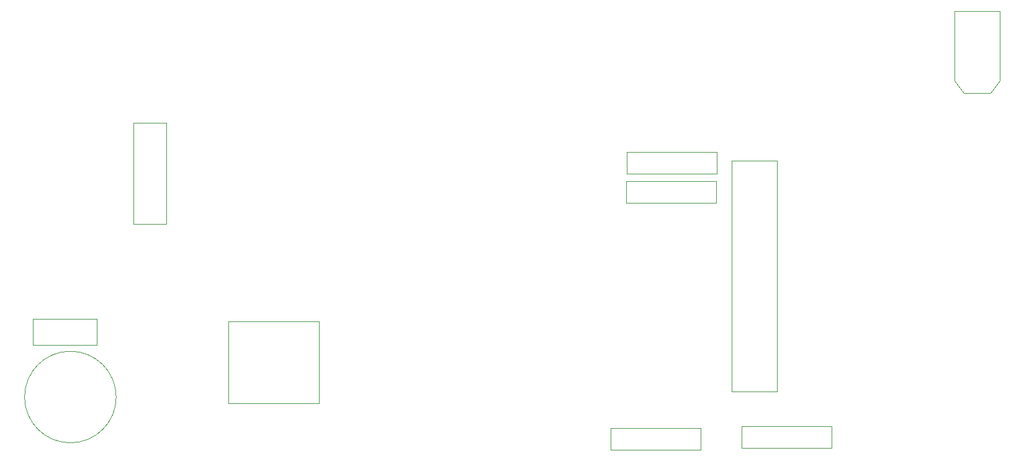
<source format=gbr>
%TF.GenerationSoftware,KiCad,Pcbnew,(6.0.9)*%
%TF.CreationDate,2023-01-16T22:49:09-05:00*%
%TF.ProjectId,rrc_pcb,7272635f-7063-4622-9e6b-696361645f70,rev?*%
%TF.SameCoordinates,Original*%
%TF.FileFunction,Other,User*%
%FSLAX46Y46*%
G04 Gerber Fmt 4.6, Leading zero omitted, Abs format (unit mm)*
G04 Created by KiCad (PCBNEW (6.0.9)) date 2023-01-16 22:49:09*
%MOMM*%
%LPD*%
G01*
G04 APERTURE LIST*
%ADD10C,0.050000*%
G04 APERTURE END LIST*
D10*
%TO.C,R2*%
X137774950Y-55450936D02*
X137774950Y-52450936D01*
X137774950Y-52450936D02*
X125514950Y-52450936D01*
X125514950Y-52450936D02*
X125514950Y-55450936D01*
X125514950Y-55450936D02*
X137774950Y-55450936D01*
%TO.C,radio*%
X58270150Y-44527500D02*
X58270150Y-58277500D01*
X62720150Y-44527500D02*
X58270150Y-44527500D01*
X58270150Y-58277500D02*
X62720150Y-58277500D01*
X62720150Y-58277500D02*
X62720150Y-44527500D01*
%TO.C,R3*%
X123410000Y-86130000D02*
X123410000Y-89130000D01*
X135670000Y-86130000D02*
X123410000Y-86130000D01*
X135670000Y-89130000D02*
X135670000Y-86130000D01*
X123410000Y-89130000D02*
X135670000Y-89130000D01*
%TO.C,R4*%
X141230461Y-85877794D02*
X141230461Y-88877794D01*
X141230461Y-88877794D02*
X153490461Y-88877794D01*
X153490461Y-85877794D02*
X141230461Y-85877794D01*
X153490461Y-88877794D02*
X153490461Y-85877794D01*
%TO.C,R1*%
X137854699Y-51463495D02*
X137854699Y-48463495D01*
X137854699Y-48463495D02*
X125594699Y-48463495D01*
X125594699Y-48463495D02*
X125594699Y-51463495D01*
X125594699Y-51463495D02*
X137854699Y-51463495D01*
%TO.C,Batt.*%
X170255000Y-38785000D02*
X170255000Y-29285000D01*
X175155000Y-40485000D02*
X176455000Y-38785000D01*
X171555000Y-40485000D02*
X170255000Y-38785000D01*
X171555000Y-40485000D02*
X175155000Y-40485000D01*
X176455000Y-38785000D02*
X176455000Y-29285000D01*
X170255000Y-29285000D02*
X176455000Y-29285000D01*
%TO.C,IMU*%
X139895612Y-49632137D02*
X139895612Y-81182137D01*
X139895612Y-81182137D02*
X146045612Y-81182137D01*
X146045612Y-49632137D02*
X139895612Y-49632137D01*
X146045612Y-81182137D02*
X146045612Y-49632137D01*
%TO.C,J2*%
X44585000Y-74825000D02*
X53235000Y-74825000D01*
X53235000Y-71225000D02*
X44585000Y-71225000D01*
X44585000Y-71225000D02*
X44585000Y-74825000D01*
X53235000Y-74825000D02*
X53235000Y-71225000D01*
%TO.C,BZ1*%
X55918154Y-81922249D02*
G75*
G03*
X55918154Y-81922249I-6250000J0D01*
G01*
%TO.C,GPS*%
X83586437Y-82764650D02*
X83586437Y-71564650D01*
X71236437Y-82764650D02*
X83586437Y-82764650D01*
X71236437Y-71564650D02*
X71236437Y-82764650D01*
X83586437Y-71564650D02*
X71236437Y-71564650D01*
%TD*%
M02*

</source>
